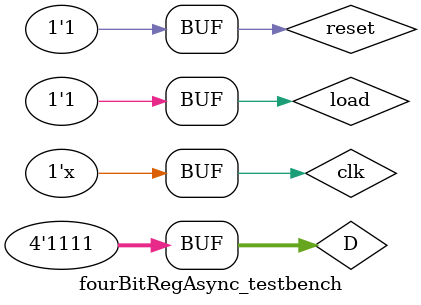
<source format=v>
`timescale 1ns / 1ps

module fourBitRegAsync_testbench();
    reg clk;
    reg reset;
    reg load;
    reg [3:0] D;
    wire [3:0] Q;
    
    fourBitRegAsync dut(clk,reset,load,D,Q);
    
    
    always #15 clk = !clk;
      
    initial begin
        clk = 1;
        reset = 0;
        load = 0;
        D = 4'b0000; 
        #15 
        D = 4'b0001; 
        reset = 0;
        load = 1;
        #15
        D = 4'b0010; 
        reset = 1;
        load = 0;
        #15
        D = 4'b0011; 
        reset = 1;
        load =1;
        #15
        D = 4'b0100; 
        reset = 0;
        load = 0;
        #15
        D = 4'b0101; 
        reset = 0;
        load = 1;
        #15
        D = 4'b0110; 
        reset = 1;
        load = 0;
        #15
        D = 4'b0111; 
        reset = 1;
        load = 1;
        #15
        D = 4'b1000; 
        reset = 0;
        load = 0;
        #15
        D = 4'b1001; 
        reset = 0;
        load = 1;
        #15
        D = 4'b1010; 
        reset = 1;
        load = 0;
        #15
        D = 4'b1011; 
        reset = 1;
        load = 1;
        #15
        D = 4'b1100; 
        reset = 0;
        load = 0;
        #15
        D = 4'b1101; 
        reset = 0;
        load = 1;
        #15
        D = 4'b1110; 
        reset = 1;
        load = 0;
        #15
        D = 4'b1111;
        reset <= 1;
        load <= 1;
    end
endmodule

</source>
